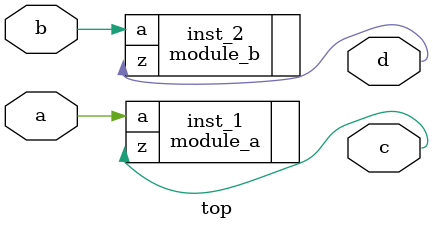
<source format=v>
module top (a, b, c, d);
input a;
input b;
output c;
output d;


   module_a inst_1 (.z(c), .a(a));
   module_b inst_2 (.z(d), .a(b));

endmodule


</source>
